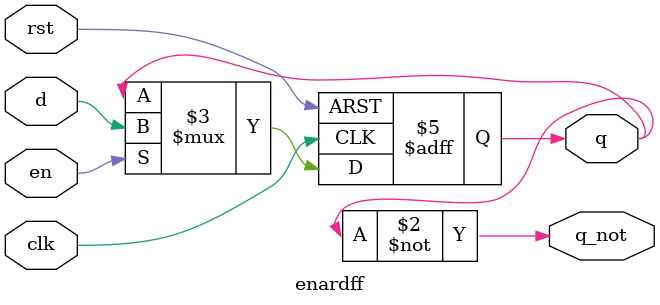
<source format=v>
module enardff(
	input wire d,
	input wire clk,
	input wire rst,
	input wire en,
	output reg q,
	output wire q_not
);
	
	always @(posedge clk or posedge rst)
	
	begin
	
		if (rst)
			q <= 1'b0;
		else if (en)
			q <= d;
	end
	
	assign q_not = ~q;
	
endmodule
</source>
